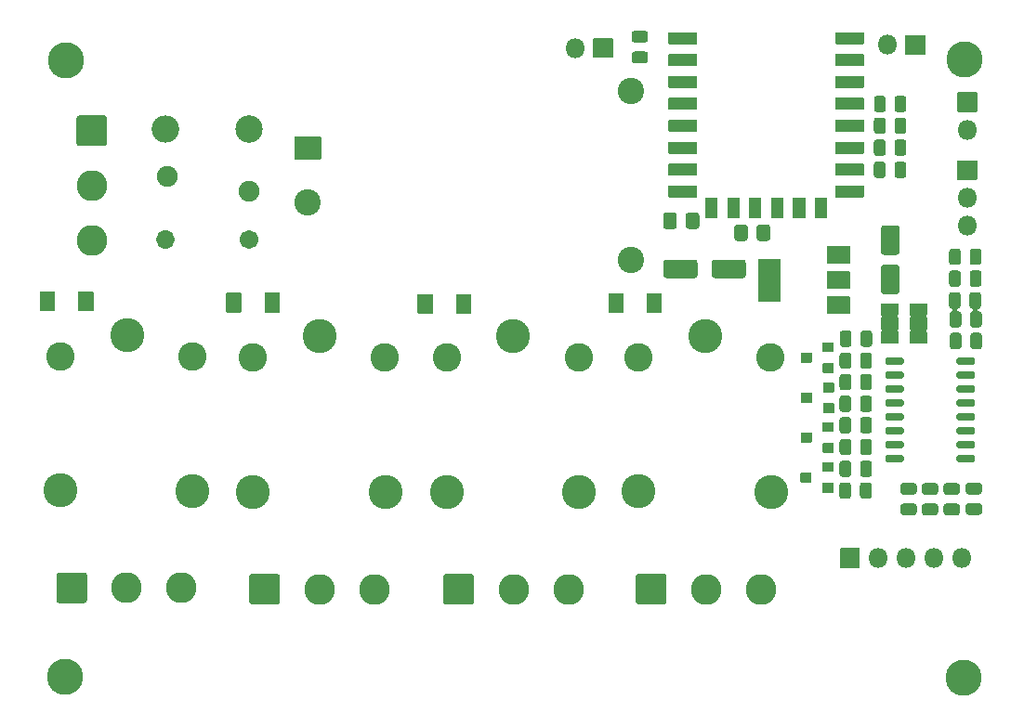
<source format=gbr>
G04 #@! TF.GenerationSoftware,KiCad,Pcbnew,5.99.0-unknown-ae852e1~101~ubuntu18.04.1*
G04 #@! TF.CreationDate,2020-06-05T15:51:04+02:00*
G04 #@! TF.ProjectId,esp_blind,6573705f-626c-4696-9e64-2e6b69636164,rev?*
G04 #@! TF.SameCoordinates,Original*
G04 #@! TF.FileFunction,Soldermask,Top*
G04 #@! TF.FilePolarity,Negative*
%FSLAX46Y46*%
G04 Gerber Fmt 4.6, Leading zero omitted, Abs format (unit mm)*
G04 Created by KiCad (PCBNEW 5.99.0-unknown-ae852e1~101~ubuntu18.04.1) date 2020-06-05 15:51:04*
%MOMM*%
%LPD*%
G01*
G04 APERTURE LIST*
%ADD10O,2.502000X2.502000*%
%ADD11C,2.502000*%
%ADD12C,3.302000*%
%ADD13O,1.802000X1.802000*%
%ADD14O,1.702000X1.702000*%
%ADD15C,1.702000*%
%ADD16C,1.902000*%
%ADD17C,2.402000*%
%ADD18C,3.102000*%
%ADD19C,2.602000*%
%ADD20C,2.802000*%
G04 APERTURE END LIST*
G36*
G01*
X189049200Y-87795950D02*
X189049200Y-88759450D01*
G75*
G02*
X188779950Y-89028700I-269250J0D01*
G01*
X188241450Y-89028700D01*
G75*
G02*
X187972200Y-88759450I0J269250D01*
G01*
X187972200Y-87795950D01*
G75*
G02*
X188241450Y-87526700I269250J0D01*
G01*
X188779950Y-87526700D01*
G75*
G02*
X189049200Y-87795950I0J-269250D01*
G01*
G37*
G36*
G01*
X190924200Y-87795950D02*
X190924200Y-88759450D01*
G75*
G02*
X190654950Y-89028700I-269250J0D01*
G01*
X190116450Y-89028700D01*
G75*
G02*
X189847200Y-88759450I0J269250D01*
G01*
X189847200Y-87795950D01*
G75*
G02*
X190116450Y-87526700I269250J0D01*
G01*
X190654950Y-87526700D01*
G75*
G02*
X190924200Y-87795950I0J-269250D01*
G01*
G37*
G36*
G01*
X189110400Y-95479450D02*
X189110400Y-96442950D01*
G75*
G02*
X188841150Y-96712200I-269250J0D01*
G01*
X188302650Y-96712200D01*
G75*
G02*
X188033400Y-96442950I0J269250D01*
G01*
X188033400Y-95479450D01*
G75*
G02*
X188302650Y-95210200I269250J0D01*
G01*
X188841150Y-95210200D01*
G75*
G02*
X189110400Y-95479450I0J-269250D01*
G01*
G37*
G36*
G01*
X190985400Y-95479450D02*
X190985400Y-96442950D01*
G75*
G02*
X190716150Y-96712200I-269250J0D01*
G01*
X190177650Y-96712200D01*
G75*
G02*
X189908400Y-96442950I0J269250D01*
G01*
X189908400Y-95479450D01*
G75*
G02*
X190177650Y-95210200I269250J0D01*
G01*
X190716150Y-95210200D01*
G75*
G02*
X190985400Y-95479450I0J-269250D01*
G01*
G37*
D10*
X116598700Y-76657200D03*
D11*
X124218700Y-76657200D03*
G36*
G01*
X181812500Y-92510000D02*
X183312500Y-92510000D01*
G75*
G02*
X183363500Y-92561000I0J-51000D01*
G01*
X183363500Y-93561000D01*
G75*
G02*
X183312500Y-93612000I-51000J0D01*
G01*
X181812500Y-93612000D01*
G75*
G02*
X181761500Y-93561000I0J51000D01*
G01*
X181761500Y-92561000D01*
G75*
G02*
X181812500Y-92510000I51000J0D01*
G01*
G37*
G36*
G01*
X181812500Y-93810000D02*
X183312500Y-93810000D01*
G75*
G02*
X183363500Y-93861000I0J-51000D01*
G01*
X183363500Y-94861000D01*
G75*
G02*
X183312500Y-94912000I-51000J0D01*
G01*
X181812500Y-94912000D01*
G75*
G02*
X181761500Y-94861000I0J51000D01*
G01*
X181761500Y-93861000D01*
G75*
G02*
X181812500Y-93810000I51000J0D01*
G01*
G37*
G36*
G01*
X181812500Y-95110000D02*
X183312500Y-95110000D01*
G75*
G02*
X183363500Y-95161000I0J-51000D01*
G01*
X183363500Y-96161000D01*
G75*
G02*
X183312500Y-96212000I-51000J0D01*
G01*
X181812500Y-96212000D01*
G75*
G02*
X181761500Y-96161000I0J51000D01*
G01*
X181761500Y-95161000D01*
G75*
G02*
X181812500Y-95110000I51000J0D01*
G01*
G37*
G36*
G01*
X184416000Y-92510000D02*
X185916000Y-92510000D01*
G75*
G02*
X185967000Y-92561000I0J-51000D01*
G01*
X185967000Y-93561000D01*
G75*
G02*
X185916000Y-93612000I-51000J0D01*
G01*
X184416000Y-93612000D01*
G75*
G02*
X184365000Y-93561000I0J51000D01*
G01*
X184365000Y-92561000D01*
G75*
G02*
X184416000Y-92510000I51000J0D01*
G01*
G37*
G36*
G01*
X184416000Y-93810000D02*
X185916000Y-93810000D01*
G75*
G02*
X185967000Y-93861000I0J-51000D01*
G01*
X185967000Y-94861000D01*
G75*
G02*
X185916000Y-94912000I-51000J0D01*
G01*
X184416000Y-94912000D01*
G75*
G02*
X184365000Y-94861000I0J51000D01*
G01*
X184365000Y-93861000D01*
G75*
G02*
X184416000Y-93810000I51000J0D01*
G01*
G37*
G36*
G01*
X184416000Y-95110000D02*
X185916000Y-95110000D01*
G75*
G02*
X185967000Y-95161000I0J-51000D01*
G01*
X185967000Y-96161000D01*
G75*
G02*
X185916000Y-96212000I-51000J0D01*
G01*
X184416000Y-96212000D01*
G75*
G02*
X184365000Y-96161000I0J51000D01*
G01*
X184365000Y-95161000D01*
G75*
G02*
X184416000Y-95110000I51000J0D01*
G01*
G37*
G36*
G01*
X159309650Y-69550500D02*
X160273150Y-69550500D01*
G75*
G02*
X160542400Y-69819750I0J-269250D01*
G01*
X160542400Y-70358250D01*
G75*
G02*
X160273150Y-70627500I-269250J0D01*
G01*
X159309650Y-70627500D01*
G75*
G02*
X159040400Y-70358250I0J269250D01*
G01*
X159040400Y-69819750D01*
G75*
G02*
X159309650Y-69550500I269250J0D01*
G01*
G37*
G36*
G01*
X159309650Y-67675500D02*
X160273150Y-67675500D01*
G75*
G02*
X160542400Y-67944750I0J-269250D01*
G01*
X160542400Y-68483250D01*
G75*
G02*
X160273150Y-68752500I-269250J0D01*
G01*
X159309650Y-68752500D01*
G75*
G02*
X159040400Y-68483250I0J269250D01*
G01*
X159040400Y-67944750D01*
G75*
G02*
X159309650Y-67675500I269250J0D01*
G01*
G37*
D12*
X107442000Y-126568200D03*
X189268100Y-126682500D03*
X189369700Y-70269100D03*
X107492800Y-70396100D03*
G36*
G01*
X189023800Y-91771050D02*
X189023800Y-92734550D01*
G75*
G02*
X188754550Y-93003800I-269250J0D01*
G01*
X188216050Y-93003800D01*
G75*
G02*
X187946800Y-92734550I0J269250D01*
G01*
X187946800Y-91771050D01*
G75*
G02*
X188216050Y-91501800I269250J0D01*
G01*
X188754550Y-91501800D01*
G75*
G02*
X189023800Y-91771050I0J-269250D01*
G01*
G37*
G36*
G01*
X190898800Y-91771050D02*
X190898800Y-92734550D01*
G75*
G02*
X190629550Y-93003800I-269250J0D01*
G01*
X190091050Y-93003800D01*
G75*
G02*
X189821800Y-92734550I0J269250D01*
G01*
X189821800Y-91771050D01*
G75*
G02*
X190091050Y-91501800I269250J0D01*
G01*
X190629550Y-91501800D01*
G75*
G02*
X190898800Y-91771050I0J-269250D01*
G01*
G37*
G36*
G01*
X189085000Y-93498250D02*
X189085000Y-94461750D01*
G75*
G02*
X188815750Y-94731000I-269250J0D01*
G01*
X188277250Y-94731000D01*
G75*
G02*
X188008000Y-94461750I0J269250D01*
G01*
X188008000Y-93498250D01*
G75*
G02*
X188277250Y-93229000I269250J0D01*
G01*
X188815750Y-93229000D01*
G75*
G02*
X189085000Y-93498250I0J-269250D01*
G01*
G37*
G36*
G01*
X190960000Y-93498250D02*
X190960000Y-94461750D01*
G75*
G02*
X190690750Y-94731000I-269250J0D01*
G01*
X190152250Y-94731000D01*
G75*
G02*
X189883000Y-94461750I0J269250D01*
G01*
X189883000Y-93498250D01*
G75*
G02*
X190152250Y-93229000I269250J0D01*
G01*
X190690750Y-93229000D01*
G75*
G02*
X190960000Y-93498250I0J-269250D01*
G01*
G37*
D13*
X189103000Y-115747800D03*
X186563000Y-115747800D03*
X184023000Y-115747800D03*
X181483000Y-115747800D03*
G36*
G01*
X179793000Y-116648800D02*
X178093000Y-116648800D01*
G75*
G02*
X178042000Y-116597800I0J51000D01*
G01*
X178042000Y-114897800D01*
G75*
G02*
X178093000Y-114846800I51000J0D01*
G01*
X179793000Y-114846800D01*
G75*
G02*
X179844000Y-114897800I0J-51000D01*
G01*
X179844000Y-116597800D01*
G75*
G02*
X179793000Y-116648800I-51000J0D01*
G01*
G37*
X153898600Y-69240400D03*
G36*
G01*
X155588600Y-68339400D02*
X157288600Y-68339400D01*
G75*
G02*
X157339600Y-68390400I0J-51000D01*
G01*
X157339600Y-70090400D01*
G75*
G02*
X157288600Y-70141400I-51000J0D01*
G01*
X155588600Y-70141400D01*
G75*
G02*
X155537600Y-70090400I0J51000D01*
G01*
X155537600Y-68390400D01*
G75*
G02*
X155588600Y-68339400I51000J0D01*
G01*
G37*
X189623700Y-76720700D03*
G36*
G01*
X188722700Y-75030700D02*
X188722700Y-73330700D01*
G75*
G02*
X188773700Y-73279700I51000J0D01*
G01*
X190473700Y-73279700D01*
G75*
G02*
X190524700Y-73330700I0J-51000D01*
G01*
X190524700Y-75030700D01*
G75*
G02*
X190473700Y-75081700I-51000J0D01*
G01*
X188773700Y-75081700D01*
G75*
G02*
X188722700Y-75030700I0J51000D01*
G01*
G37*
X182346600Y-68961000D03*
G36*
G01*
X184036600Y-68060000D02*
X185736600Y-68060000D01*
G75*
G02*
X185787600Y-68111000I0J-51000D01*
G01*
X185787600Y-69811000D01*
G75*
G02*
X185736600Y-69862000I-51000J0D01*
G01*
X184036600Y-69862000D01*
G75*
G02*
X183985600Y-69811000I0J51000D01*
G01*
X183985600Y-68111000D01*
G75*
G02*
X184036600Y-68060000I51000J0D01*
G01*
G37*
X189623700Y-85458300D03*
X189623700Y-82918300D03*
G36*
G01*
X188722700Y-81228300D02*
X188722700Y-79528300D01*
G75*
G02*
X188773700Y-79477300I51000J0D01*
G01*
X190473700Y-79477300D01*
G75*
G02*
X190524700Y-79528300I0J-51000D01*
G01*
X190524700Y-81228300D01*
G75*
G02*
X190473700Y-81279300I-51000J0D01*
G01*
X188773700Y-81279300D01*
G75*
G02*
X188722700Y-81228300I0J51000D01*
G01*
G37*
D14*
X116560600Y-86741000D03*
D15*
X124180600Y-86741000D03*
D16*
X124213000Y-82324400D03*
X116713000Y-80924400D03*
G36*
G01*
X178945306Y-91943485D02*
X178945306Y-93443485D01*
G75*
G02*
X178894306Y-93494485I-51000J0D01*
G01*
X176894306Y-93494485D01*
G75*
G02*
X176843306Y-93443485I0J51000D01*
G01*
X176843306Y-91943485D01*
G75*
G02*
X176894306Y-91892485I51000J0D01*
G01*
X178894306Y-91892485D01*
G75*
G02*
X178945306Y-91943485I0J-51000D01*
G01*
G37*
G36*
G01*
X178945306Y-87343485D02*
X178945306Y-88843485D01*
G75*
G02*
X178894306Y-88894485I-51000J0D01*
G01*
X176894306Y-88894485D01*
G75*
G02*
X176843306Y-88843485I0J51000D01*
G01*
X176843306Y-87343485D01*
G75*
G02*
X176894306Y-87292485I51000J0D01*
G01*
X178894306Y-87292485D01*
G75*
G02*
X178945306Y-87343485I0J-51000D01*
G01*
G37*
G36*
G01*
X178945306Y-89643485D02*
X178945306Y-91143485D01*
G75*
G02*
X178894306Y-91194485I-51000J0D01*
G01*
X176894306Y-91194485D01*
G75*
G02*
X176843306Y-91143485I0J51000D01*
G01*
X176843306Y-89643485D01*
G75*
G02*
X176894306Y-89592485I51000J0D01*
G01*
X178894306Y-89592485D01*
G75*
G02*
X178945306Y-89643485I0J-51000D01*
G01*
G37*
G36*
G01*
X172645306Y-88493485D02*
X172645306Y-92293485D01*
G75*
G02*
X172594306Y-92344485I-51000J0D01*
G01*
X170594306Y-92344485D01*
G75*
G02*
X170543306Y-92293485I0J51000D01*
G01*
X170543306Y-88493485D01*
G75*
G02*
X170594306Y-88442485I51000J0D01*
G01*
X172594306Y-88442485D01*
G75*
G02*
X172645306Y-88493485I0J-51000D01*
G01*
G37*
G36*
G01*
X177609300Y-68831200D02*
X177609300Y-67831200D01*
G75*
G02*
X177660300Y-67780200I51000J0D01*
G01*
X180160300Y-67780200D01*
G75*
G02*
X180211300Y-67831200I0J-51000D01*
G01*
X180211300Y-68831200D01*
G75*
G02*
X180160300Y-68882200I-51000J0D01*
G01*
X177660300Y-68882200D01*
G75*
G02*
X177609300Y-68831200I0J51000D01*
G01*
G37*
G36*
G01*
X177609300Y-70831200D02*
X177609300Y-69831200D01*
G75*
G02*
X177660300Y-69780200I51000J0D01*
G01*
X180160300Y-69780200D01*
G75*
G02*
X180211300Y-69831200I0J-51000D01*
G01*
X180211300Y-70831200D01*
G75*
G02*
X180160300Y-70882200I-51000J0D01*
G01*
X177660300Y-70882200D01*
G75*
G02*
X177609300Y-70831200I0J51000D01*
G01*
G37*
G36*
G01*
X177609300Y-72831200D02*
X177609300Y-71831200D01*
G75*
G02*
X177660300Y-71780200I51000J0D01*
G01*
X180160300Y-71780200D01*
G75*
G02*
X180211300Y-71831200I0J-51000D01*
G01*
X180211300Y-72831200D01*
G75*
G02*
X180160300Y-72882200I-51000J0D01*
G01*
X177660300Y-72882200D01*
G75*
G02*
X177609300Y-72831200I0J51000D01*
G01*
G37*
G36*
G01*
X177609300Y-74831200D02*
X177609300Y-73831200D01*
G75*
G02*
X177660300Y-73780200I51000J0D01*
G01*
X180160300Y-73780200D01*
G75*
G02*
X180211300Y-73831200I0J-51000D01*
G01*
X180211300Y-74831200D01*
G75*
G02*
X180160300Y-74882200I-51000J0D01*
G01*
X177660300Y-74882200D01*
G75*
G02*
X177609300Y-74831200I0J51000D01*
G01*
G37*
G36*
G01*
X177609300Y-76831200D02*
X177609300Y-75831200D01*
G75*
G02*
X177660300Y-75780200I51000J0D01*
G01*
X180160300Y-75780200D01*
G75*
G02*
X180211300Y-75831200I0J-51000D01*
G01*
X180211300Y-76831200D01*
G75*
G02*
X180160300Y-76882200I-51000J0D01*
G01*
X177660300Y-76882200D01*
G75*
G02*
X177609300Y-76831200I0J51000D01*
G01*
G37*
G36*
G01*
X177609300Y-78831200D02*
X177609300Y-77831200D01*
G75*
G02*
X177660300Y-77780200I51000J0D01*
G01*
X180160300Y-77780200D01*
G75*
G02*
X180211300Y-77831200I0J-51000D01*
G01*
X180211300Y-78831200D01*
G75*
G02*
X180160300Y-78882200I-51000J0D01*
G01*
X177660300Y-78882200D01*
G75*
G02*
X177609300Y-78831200I0J51000D01*
G01*
G37*
G36*
G01*
X177609300Y-80831200D02*
X177609300Y-79831200D01*
G75*
G02*
X177660300Y-79780200I51000J0D01*
G01*
X180160300Y-79780200D01*
G75*
G02*
X180211300Y-79831200I0J-51000D01*
G01*
X180211300Y-80831200D01*
G75*
G02*
X180160300Y-80882200I-51000J0D01*
G01*
X177660300Y-80882200D01*
G75*
G02*
X177609300Y-80831200I0J51000D01*
G01*
G37*
G36*
G01*
X177609300Y-82831200D02*
X177609300Y-81831200D01*
G75*
G02*
X177660300Y-81780200I51000J0D01*
G01*
X180160300Y-81780200D01*
G75*
G02*
X180211300Y-81831200I0J-51000D01*
G01*
X180211300Y-82831200D01*
G75*
G02*
X180160300Y-82882200I-51000J0D01*
G01*
X177660300Y-82882200D01*
G75*
G02*
X177609300Y-82831200I0J51000D01*
G01*
G37*
G36*
G01*
X175759300Y-84731200D02*
X175759300Y-82931200D01*
G75*
G02*
X175810300Y-82880200I51000J0D01*
G01*
X176810300Y-82880200D01*
G75*
G02*
X176861300Y-82931200I0J-51000D01*
G01*
X176861300Y-84731200D01*
G75*
G02*
X176810300Y-84782200I-51000J0D01*
G01*
X175810300Y-84782200D01*
G75*
G02*
X175759300Y-84731200I0J51000D01*
G01*
G37*
G36*
G01*
X173759300Y-84731200D02*
X173759300Y-82931200D01*
G75*
G02*
X173810300Y-82880200I51000J0D01*
G01*
X174810300Y-82880200D01*
G75*
G02*
X174861300Y-82931200I0J-51000D01*
G01*
X174861300Y-84731200D01*
G75*
G02*
X174810300Y-84782200I-51000J0D01*
G01*
X173810300Y-84782200D01*
G75*
G02*
X173759300Y-84731200I0J51000D01*
G01*
G37*
G36*
G01*
X171759300Y-84731200D02*
X171759300Y-82931200D01*
G75*
G02*
X171810300Y-82880200I51000J0D01*
G01*
X172810300Y-82880200D01*
G75*
G02*
X172861300Y-82931200I0J-51000D01*
G01*
X172861300Y-84731200D01*
G75*
G02*
X172810300Y-84782200I-51000J0D01*
G01*
X171810300Y-84782200D01*
G75*
G02*
X171759300Y-84731200I0J51000D01*
G01*
G37*
G36*
G01*
X169759300Y-84731200D02*
X169759300Y-82931200D01*
G75*
G02*
X169810300Y-82880200I51000J0D01*
G01*
X170810300Y-82880200D01*
G75*
G02*
X170861300Y-82931200I0J-51000D01*
G01*
X170861300Y-84731200D01*
G75*
G02*
X170810300Y-84782200I-51000J0D01*
G01*
X169810300Y-84782200D01*
G75*
G02*
X169759300Y-84731200I0J51000D01*
G01*
G37*
G36*
G01*
X167759300Y-84731200D02*
X167759300Y-82931200D01*
G75*
G02*
X167810300Y-82880200I51000J0D01*
G01*
X168810300Y-82880200D01*
G75*
G02*
X168861300Y-82931200I0J-51000D01*
G01*
X168861300Y-84731200D01*
G75*
G02*
X168810300Y-84782200I-51000J0D01*
G01*
X167810300Y-84782200D01*
G75*
G02*
X167759300Y-84731200I0J51000D01*
G01*
G37*
G36*
G01*
X165759300Y-84731200D02*
X165759300Y-82931200D01*
G75*
G02*
X165810300Y-82880200I51000J0D01*
G01*
X166810300Y-82880200D01*
G75*
G02*
X166861300Y-82931200I0J-51000D01*
G01*
X166861300Y-84731200D01*
G75*
G02*
X166810300Y-84782200I-51000J0D01*
G01*
X165810300Y-84782200D01*
G75*
G02*
X165759300Y-84731200I0J51000D01*
G01*
G37*
G36*
G01*
X162409300Y-82831200D02*
X162409300Y-81831200D01*
G75*
G02*
X162460300Y-81780200I51000J0D01*
G01*
X164960300Y-81780200D01*
G75*
G02*
X165011300Y-81831200I0J-51000D01*
G01*
X165011300Y-82831200D01*
G75*
G02*
X164960300Y-82882200I-51000J0D01*
G01*
X162460300Y-82882200D01*
G75*
G02*
X162409300Y-82831200I0J51000D01*
G01*
G37*
G36*
G01*
X162409300Y-80831200D02*
X162409300Y-79831200D01*
G75*
G02*
X162460300Y-79780200I51000J0D01*
G01*
X164960300Y-79780200D01*
G75*
G02*
X165011300Y-79831200I0J-51000D01*
G01*
X165011300Y-80831200D01*
G75*
G02*
X164960300Y-80882200I-51000J0D01*
G01*
X162460300Y-80882200D01*
G75*
G02*
X162409300Y-80831200I0J51000D01*
G01*
G37*
G36*
G01*
X162409300Y-78831200D02*
X162409300Y-77831200D01*
G75*
G02*
X162460300Y-77780200I51000J0D01*
G01*
X164960300Y-77780200D01*
G75*
G02*
X165011300Y-77831200I0J-51000D01*
G01*
X165011300Y-78831200D01*
G75*
G02*
X164960300Y-78882200I-51000J0D01*
G01*
X162460300Y-78882200D01*
G75*
G02*
X162409300Y-78831200I0J51000D01*
G01*
G37*
G36*
G01*
X162409300Y-76831200D02*
X162409300Y-75831200D01*
G75*
G02*
X162460300Y-75780200I51000J0D01*
G01*
X164960300Y-75780200D01*
G75*
G02*
X165011300Y-75831200I0J-51000D01*
G01*
X165011300Y-76831200D01*
G75*
G02*
X164960300Y-76882200I-51000J0D01*
G01*
X162460300Y-76882200D01*
G75*
G02*
X162409300Y-76831200I0J51000D01*
G01*
G37*
G36*
G01*
X162409300Y-74831200D02*
X162409300Y-73831200D01*
G75*
G02*
X162460300Y-73780200I51000J0D01*
G01*
X164960300Y-73780200D01*
G75*
G02*
X165011300Y-73831200I0J-51000D01*
G01*
X165011300Y-74831200D01*
G75*
G02*
X164960300Y-74882200I-51000J0D01*
G01*
X162460300Y-74882200D01*
G75*
G02*
X162409300Y-74831200I0J51000D01*
G01*
G37*
G36*
G01*
X162409300Y-72831200D02*
X162409300Y-71831200D01*
G75*
G02*
X162460300Y-71780200I51000J0D01*
G01*
X164960300Y-71780200D01*
G75*
G02*
X165011300Y-71831200I0J-51000D01*
G01*
X165011300Y-72831200D01*
G75*
G02*
X164960300Y-72882200I-51000J0D01*
G01*
X162460300Y-72882200D01*
G75*
G02*
X162409300Y-72831200I0J51000D01*
G01*
G37*
G36*
G01*
X162409300Y-70831200D02*
X162409300Y-69831200D01*
G75*
G02*
X162460300Y-69780200I51000J0D01*
G01*
X164960300Y-69780200D01*
G75*
G02*
X165011300Y-69831200I0J-51000D01*
G01*
X165011300Y-70831200D01*
G75*
G02*
X164960300Y-70882200I-51000J0D01*
G01*
X162460300Y-70882200D01*
G75*
G02*
X162409300Y-70831200I0J51000D01*
G01*
G37*
G36*
G01*
X162409300Y-68831200D02*
X162409300Y-67831200D01*
G75*
G02*
X162460300Y-67780200I51000J0D01*
G01*
X164960300Y-67780200D01*
G75*
G02*
X165011300Y-67831200I0J-51000D01*
G01*
X165011300Y-68831200D01*
G75*
G02*
X164960300Y-68882200I-51000J0D01*
G01*
X162460300Y-68882200D01*
G75*
G02*
X162409300Y-68831200I0J51000D01*
G01*
G37*
G36*
G01*
X183846500Y-106542400D02*
X183846500Y-106868400D01*
G75*
G02*
X183683500Y-107031400I-163000J0D01*
G01*
X182307500Y-107031400D01*
G75*
G02*
X182144500Y-106868400I0J163000D01*
G01*
X182144500Y-106542400D01*
G75*
G02*
X182307500Y-106379400I163000J0D01*
G01*
X183683500Y-106379400D01*
G75*
G02*
X183846500Y-106542400I0J-163000D01*
G01*
G37*
G36*
G01*
X183846500Y-105272400D02*
X183846500Y-105598400D01*
G75*
G02*
X183683500Y-105761400I-163000J0D01*
G01*
X182307500Y-105761400D01*
G75*
G02*
X182144500Y-105598400I0J163000D01*
G01*
X182144500Y-105272400D01*
G75*
G02*
X182307500Y-105109400I163000J0D01*
G01*
X183683500Y-105109400D01*
G75*
G02*
X183846500Y-105272400I0J-163000D01*
G01*
G37*
G36*
G01*
X183846500Y-104002400D02*
X183846500Y-104328400D01*
G75*
G02*
X183683500Y-104491400I-163000J0D01*
G01*
X182307500Y-104491400D01*
G75*
G02*
X182144500Y-104328400I0J163000D01*
G01*
X182144500Y-104002400D01*
G75*
G02*
X182307500Y-103839400I163000J0D01*
G01*
X183683500Y-103839400D01*
G75*
G02*
X183846500Y-104002400I0J-163000D01*
G01*
G37*
G36*
G01*
X183846500Y-102732400D02*
X183846500Y-103058400D01*
G75*
G02*
X183683500Y-103221400I-163000J0D01*
G01*
X182307500Y-103221400D01*
G75*
G02*
X182144500Y-103058400I0J163000D01*
G01*
X182144500Y-102732400D01*
G75*
G02*
X182307500Y-102569400I163000J0D01*
G01*
X183683500Y-102569400D01*
G75*
G02*
X183846500Y-102732400I0J-163000D01*
G01*
G37*
G36*
G01*
X183846500Y-101462400D02*
X183846500Y-101788400D01*
G75*
G02*
X183683500Y-101951400I-163000J0D01*
G01*
X182307500Y-101951400D01*
G75*
G02*
X182144500Y-101788400I0J163000D01*
G01*
X182144500Y-101462400D01*
G75*
G02*
X182307500Y-101299400I163000J0D01*
G01*
X183683500Y-101299400D01*
G75*
G02*
X183846500Y-101462400I0J-163000D01*
G01*
G37*
G36*
G01*
X183846500Y-100192400D02*
X183846500Y-100518400D01*
G75*
G02*
X183683500Y-100681400I-163000J0D01*
G01*
X182307500Y-100681400D01*
G75*
G02*
X182144500Y-100518400I0J163000D01*
G01*
X182144500Y-100192400D01*
G75*
G02*
X182307500Y-100029400I163000J0D01*
G01*
X183683500Y-100029400D01*
G75*
G02*
X183846500Y-100192400I0J-163000D01*
G01*
G37*
G36*
G01*
X183846500Y-98922400D02*
X183846500Y-99248400D01*
G75*
G02*
X183683500Y-99411400I-163000J0D01*
G01*
X182307500Y-99411400D01*
G75*
G02*
X182144500Y-99248400I0J163000D01*
G01*
X182144500Y-98922400D01*
G75*
G02*
X182307500Y-98759400I163000J0D01*
G01*
X183683500Y-98759400D01*
G75*
G02*
X183846500Y-98922400I0J-163000D01*
G01*
G37*
G36*
G01*
X183846500Y-97652400D02*
X183846500Y-97978400D01*
G75*
G02*
X183683500Y-98141400I-163000J0D01*
G01*
X182307500Y-98141400D01*
G75*
G02*
X182144500Y-97978400I0J163000D01*
G01*
X182144500Y-97652400D01*
G75*
G02*
X182307500Y-97489400I163000J0D01*
G01*
X183683500Y-97489400D01*
G75*
G02*
X183846500Y-97652400I0J-163000D01*
G01*
G37*
G36*
G01*
X190346500Y-97652400D02*
X190346500Y-97978400D01*
G75*
G02*
X190183500Y-98141400I-163000J0D01*
G01*
X188807500Y-98141400D01*
G75*
G02*
X188644500Y-97978400I0J163000D01*
G01*
X188644500Y-97652400D01*
G75*
G02*
X188807500Y-97489400I163000J0D01*
G01*
X190183500Y-97489400D01*
G75*
G02*
X190346500Y-97652400I0J-163000D01*
G01*
G37*
G36*
G01*
X190346500Y-98922400D02*
X190346500Y-99248400D01*
G75*
G02*
X190183500Y-99411400I-163000J0D01*
G01*
X188807500Y-99411400D01*
G75*
G02*
X188644500Y-99248400I0J163000D01*
G01*
X188644500Y-98922400D01*
G75*
G02*
X188807500Y-98759400I163000J0D01*
G01*
X190183500Y-98759400D01*
G75*
G02*
X190346500Y-98922400I0J-163000D01*
G01*
G37*
G36*
G01*
X190346500Y-100192400D02*
X190346500Y-100518400D01*
G75*
G02*
X190183500Y-100681400I-163000J0D01*
G01*
X188807500Y-100681400D01*
G75*
G02*
X188644500Y-100518400I0J163000D01*
G01*
X188644500Y-100192400D01*
G75*
G02*
X188807500Y-100029400I163000J0D01*
G01*
X190183500Y-100029400D01*
G75*
G02*
X190346500Y-100192400I0J-163000D01*
G01*
G37*
G36*
G01*
X190346500Y-101462400D02*
X190346500Y-101788400D01*
G75*
G02*
X190183500Y-101951400I-163000J0D01*
G01*
X188807500Y-101951400D01*
G75*
G02*
X188644500Y-101788400I0J163000D01*
G01*
X188644500Y-101462400D01*
G75*
G02*
X188807500Y-101299400I163000J0D01*
G01*
X190183500Y-101299400D01*
G75*
G02*
X190346500Y-101462400I0J-163000D01*
G01*
G37*
G36*
G01*
X190346500Y-102732400D02*
X190346500Y-103058400D01*
G75*
G02*
X190183500Y-103221400I-163000J0D01*
G01*
X188807500Y-103221400D01*
G75*
G02*
X188644500Y-103058400I0J163000D01*
G01*
X188644500Y-102732400D01*
G75*
G02*
X188807500Y-102569400I163000J0D01*
G01*
X190183500Y-102569400D01*
G75*
G02*
X190346500Y-102732400I0J-163000D01*
G01*
G37*
G36*
G01*
X190346500Y-104002400D02*
X190346500Y-104328400D01*
G75*
G02*
X190183500Y-104491400I-163000J0D01*
G01*
X188807500Y-104491400D01*
G75*
G02*
X188644500Y-104328400I0J163000D01*
G01*
X188644500Y-104002400D01*
G75*
G02*
X188807500Y-103839400I163000J0D01*
G01*
X190183500Y-103839400D01*
G75*
G02*
X190346500Y-104002400I0J-163000D01*
G01*
G37*
G36*
G01*
X190346500Y-105272400D02*
X190346500Y-105598400D01*
G75*
G02*
X190183500Y-105761400I-163000J0D01*
G01*
X188807500Y-105761400D01*
G75*
G02*
X188644500Y-105598400I0J163000D01*
G01*
X188644500Y-105272400D01*
G75*
G02*
X188807500Y-105109400I163000J0D01*
G01*
X190183500Y-105109400D01*
G75*
G02*
X190346500Y-105272400I0J-163000D01*
G01*
G37*
G36*
G01*
X190346500Y-106542400D02*
X190346500Y-106868400D01*
G75*
G02*
X190183500Y-107031400I-163000J0D01*
G01*
X188807500Y-107031400D01*
G75*
G02*
X188644500Y-106868400I0J163000D01*
G01*
X188644500Y-106542400D01*
G75*
G02*
X188807500Y-106379400I163000J0D01*
G01*
X190183500Y-106379400D01*
G75*
G02*
X190346500Y-106542400I0J-163000D01*
G01*
G37*
G36*
G01*
X189855300Y-90753350D02*
X189855300Y-89789850D01*
G75*
G02*
X190124550Y-89520600I269250J0D01*
G01*
X190663050Y-89520600D01*
G75*
G02*
X190932300Y-89789850I0J-269250D01*
G01*
X190932300Y-90753350D01*
G75*
G02*
X190663050Y-91022600I-269250J0D01*
G01*
X190124550Y-91022600D01*
G75*
G02*
X189855300Y-90753350I0J269250D01*
G01*
G37*
G36*
G01*
X187980300Y-90753350D02*
X187980300Y-89789850D01*
G75*
G02*
X188249550Y-89520600I269250J0D01*
G01*
X188788050Y-89520600D01*
G75*
G02*
X189057300Y-89789850I0J-269250D01*
G01*
X189057300Y-90753350D01*
G75*
G02*
X188788050Y-91022600I-269250J0D01*
G01*
X188249550Y-91022600D01*
G75*
G02*
X187980300Y-90753350I0J269250D01*
G01*
G37*
G36*
G01*
X179865000Y-100189450D02*
X179865000Y-99225950D01*
G75*
G02*
X180134250Y-98956700I269250J0D01*
G01*
X180672750Y-98956700D01*
G75*
G02*
X180942000Y-99225950I0J-269250D01*
G01*
X180942000Y-100189450D01*
G75*
G02*
X180672750Y-100458700I-269250J0D01*
G01*
X180134250Y-100458700D01*
G75*
G02*
X179865000Y-100189450I0J269250D01*
G01*
G37*
G36*
G01*
X177990000Y-100189450D02*
X177990000Y-99225950D01*
G75*
G02*
X178259250Y-98956700I269250J0D01*
G01*
X178797750Y-98956700D01*
G75*
G02*
X179067000Y-99225950I0J-269250D01*
G01*
X179067000Y-100189450D01*
G75*
G02*
X178797750Y-100458700I-269250J0D01*
G01*
X178259250Y-100458700D01*
G75*
G02*
X177990000Y-100189450I0J269250D01*
G01*
G37*
G36*
G01*
X183001900Y-74827550D02*
X183001900Y-73864050D01*
G75*
G02*
X183271150Y-73594800I269250J0D01*
G01*
X183809650Y-73594800D01*
G75*
G02*
X184078900Y-73864050I0J-269250D01*
G01*
X184078900Y-74827550D01*
G75*
G02*
X183809650Y-75096800I-269250J0D01*
G01*
X183271150Y-75096800D01*
G75*
G02*
X183001900Y-74827550I0J269250D01*
G01*
G37*
G36*
G01*
X181126900Y-74827550D02*
X181126900Y-73864050D01*
G75*
G02*
X181396150Y-73594800I269250J0D01*
G01*
X181934650Y-73594800D01*
G75*
G02*
X182203900Y-73864050I0J-269250D01*
G01*
X182203900Y-74827550D01*
G75*
G02*
X181934650Y-75096800I-269250J0D01*
G01*
X181396150Y-75096800D01*
G75*
G02*
X181126900Y-74827550I0J269250D01*
G01*
G37*
G36*
G01*
X182201600Y-75845250D02*
X182201600Y-76808750D01*
G75*
G02*
X181932350Y-77078000I-269250J0D01*
G01*
X181393850Y-77078000D01*
G75*
G02*
X181124600Y-76808750I0J269250D01*
G01*
X181124600Y-75845250D01*
G75*
G02*
X181393850Y-75576000I269250J0D01*
G01*
X181932350Y-75576000D01*
G75*
G02*
X182201600Y-75845250I0J-269250D01*
G01*
G37*
G36*
G01*
X184076600Y-75845250D02*
X184076600Y-76808750D01*
G75*
G02*
X183807350Y-77078000I-269250J0D01*
G01*
X183268850Y-77078000D01*
G75*
G02*
X182999600Y-76808750I0J269250D01*
G01*
X182999600Y-75845250D01*
G75*
G02*
X183268850Y-75576000I269250J0D01*
G01*
X183807350Y-75576000D01*
G75*
G02*
X184076600Y-75845250I0J-269250D01*
G01*
G37*
G36*
G01*
X182199300Y-79858450D02*
X182199300Y-80821950D01*
G75*
G02*
X181930050Y-81091200I-269250J0D01*
G01*
X181391550Y-81091200D01*
G75*
G02*
X181122300Y-80821950I0J269250D01*
G01*
X181122300Y-79858450D01*
G75*
G02*
X181391550Y-79589200I269250J0D01*
G01*
X181930050Y-79589200D01*
G75*
G02*
X182199300Y-79858450I0J-269250D01*
G01*
G37*
G36*
G01*
X184074300Y-79858450D02*
X184074300Y-80821950D01*
G75*
G02*
X183805050Y-81091200I-269250J0D01*
G01*
X183266550Y-81091200D01*
G75*
G02*
X182997300Y-80821950I0J269250D01*
G01*
X182997300Y-79858450D01*
G75*
G02*
X183266550Y-79589200I269250J0D01*
G01*
X183805050Y-79589200D01*
G75*
G02*
X184074300Y-79858450I0J-269250D01*
G01*
G37*
G36*
G01*
X179865000Y-98233650D02*
X179865000Y-97270150D01*
G75*
G02*
X180134250Y-97000900I269250J0D01*
G01*
X180672750Y-97000900D01*
G75*
G02*
X180942000Y-97270150I0J-269250D01*
G01*
X180942000Y-98233650D01*
G75*
G02*
X180672750Y-98502900I-269250J0D01*
G01*
X180134250Y-98502900D01*
G75*
G02*
X179865000Y-98233650I0J269250D01*
G01*
G37*
G36*
G01*
X177990000Y-98233650D02*
X177990000Y-97270150D01*
G75*
G02*
X178259250Y-97000900I269250J0D01*
G01*
X178797750Y-97000900D01*
G75*
G02*
X179067000Y-97270150I0J-269250D01*
G01*
X179067000Y-98233650D01*
G75*
G02*
X178797750Y-98502900I-269250J0D01*
G01*
X178259250Y-98502900D01*
G75*
G02*
X177990000Y-98233650I0J269250D01*
G01*
G37*
G36*
G01*
X179865000Y-102157950D02*
X179865000Y-101194450D01*
G75*
G02*
X180134250Y-100925200I269250J0D01*
G01*
X180672750Y-100925200D01*
G75*
G02*
X180942000Y-101194450I0J-269250D01*
G01*
X180942000Y-102157950D01*
G75*
G02*
X180672750Y-102427200I-269250J0D01*
G01*
X180134250Y-102427200D01*
G75*
G02*
X179865000Y-102157950I0J269250D01*
G01*
G37*
G36*
G01*
X177990000Y-102157950D02*
X177990000Y-101194450D01*
G75*
G02*
X178259250Y-100925200I269250J0D01*
G01*
X178797750Y-100925200D01*
G75*
G02*
X179067000Y-101194450I0J-269250D01*
G01*
X179067000Y-102157950D01*
G75*
G02*
X178797750Y-102427200I-269250J0D01*
G01*
X178259250Y-102427200D01*
G75*
G02*
X177990000Y-102157950I0J269250D01*
G01*
G37*
G36*
G01*
X182999600Y-78815350D02*
X182999600Y-77851850D01*
G75*
G02*
X183268850Y-77582600I269250J0D01*
G01*
X183807350Y-77582600D01*
G75*
G02*
X184076600Y-77851850I0J-269250D01*
G01*
X184076600Y-78815350D01*
G75*
G02*
X183807350Y-79084600I-269250J0D01*
G01*
X183268850Y-79084600D01*
G75*
G02*
X182999600Y-78815350I0J269250D01*
G01*
G37*
G36*
G01*
X181124600Y-78815350D02*
X181124600Y-77851850D01*
G75*
G02*
X181393850Y-77582600I269250J0D01*
G01*
X181932350Y-77582600D01*
G75*
G02*
X182201600Y-77851850I0J-269250D01*
G01*
X182201600Y-78815350D01*
G75*
G02*
X181932350Y-79084600I-269250J0D01*
G01*
X181393850Y-79084600D01*
G75*
G02*
X181124600Y-78815350I0J269250D01*
G01*
G37*
G36*
G01*
X179865000Y-104126450D02*
X179865000Y-103162950D01*
G75*
G02*
X180134250Y-102893700I269250J0D01*
G01*
X180672750Y-102893700D01*
G75*
G02*
X180942000Y-103162950I0J-269250D01*
G01*
X180942000Y-104126450D01*
G75*
G02*
X180672750Y-104395700I-269250J0D01*
G01*
X180134250Y-104395700D01*
G75*
G02*
X179865000Y-104126450I0J269250D01*
G01*
G37*
G36*
G01*
X177990000Y-104126450D02*
X177990000Y-103162950D01*
G75*
G02*
X178259250Y-102893700I269250J0D01*
G01*
X178797750Y-102893700D01*
G75*
G02*
X179067000Y-103162950I0J-269250D01*
G01*
X179067000Y-104126450D01*
G75*
G02*
X178797750Y-104395700I-269250J0D01*
G01*
X178259250Y-104395700D01*
G75*
G02*
X177990000Y-104126450I0J269250D01*
G01*
G37*
G36*
G01*
X179865000Y-106107650D02*
X179865000Y-105144150D01*
G75*
G02*
X180134250Y-104874900I269250J0D01*
G01*
X180672750Y-104874900D01*
G75*
G02*
X180942000Y-105144150I0J-269250D01*
G01*
X180942000Y-106107650D01*
G75*
G02*
X180672750Y-106376900I-269250J0D01*
G01*
X180134250Y-106376900D01*
G75*
G02*
X179865000Y-106107650I0J269250D01*
G01*
G37*
G36*
G01*
X177990000Y-106107650D02*
X177990000Y-105144150D01*
G75*
G02*
X178259250Y-104874900I269250J0D01*
G01*
X178797750Y-104874900D01*
G75*
G02*
X179067000Y-105144150I0J-269250D01*
G01*
X179067000Y-106107650D01*
G75*
G02*
X178797750Y-106376900I-269250J0D01*
G01*
X178259250Y-106376900D01*
G75*
G02*
X177990000Y-106107650I0J269250D01*
G01*
G37*
G36*
G01*
X179865000Y-108101550D02*
X179865000Y-107138050D01*
G75*
G02*
X180134250Y-106868800I269250J0D01*
G01*
X180672750Y-106868800D01*
G75*
G02*
X180942000Y-107138050I0J-269250D01*
G01*
X180942000Y-108101550D01*
G75*
G02*
X180672750Y-108370800I-269250J0D01*
G01*
X180134250Y-108370800D01*
G75*
G02*
X179865000Y-108101550I0J269250D01*
G01*
G37*
G36*
G01*
X177990000Y-108101550D02*
X177990000Y-107138050D01*
G75*
G02*
X178259250Y-106868800I269250J0D01*
G01*
X178797750Y-106868800D01*
G75*
G02*
X179067000Y-107138050I0J-269250D01*
G01*
X179067000Y-108101550D01*
G75*
G02*
X178797750Y-108370800I-269250J0D01*
G01*
X178259250Y-108370800D01*
G75*
G02*
X177990000Y-108101550I0J269250D01*
G01*
G37*
G36*
G01*
X177977300Y-110082750D02*
X177977300Y-109119250D01*
G75*
G02*
X178246550Y-108850000I269250J0D01*
G01*
X178785050Y-108850000D01*
G75*
G02*
X179054300Y-109119250I0J-269250D01*
G01*
X179054300Y-110082750D01*
G75*
G02*
X178785050Y-110352000I-269250J0D01*
G01*
X178246550Y-110352000D01*
G75*
G02*
X177977300Y-110082750I0J269250D01*
G01*
G37*
G36*
G01*
X179852300Y-110082750D02*
X179852300Y-109119250D01*
G75*
G02*
X180121550Y-108850000I269250J0D01*
G01*
X180660050Y-108850000D01*
G75*
G02*
X180929300Y-109119250I0J-269250D01*
G01*
X180929300Y-110082750D01*
G75*
G02*
X180660050Y-110352000I-269250J0D01*
G01*
X180121550Y-110352000D01*
G75*
G02*
X179852300Y-110082750I0J269250D01*
G01*
G37*
G36*
G01*
X184758750Y-109974400D02*
X183795250Y-109974400D01*
G75*
G02*
X183526000Y-109705150I0J269250D01*
G01*
X183526000Y-109166650D01*
G75*
G02*
X183795250Y-108897400I269250J0D01*
G01*
X184758750Y-108897400D01*
G75*
G02*
X185028000Y-109166650I0J-269250D01*
G01*
X185028000Y-109705150D01*
G75*
G02*
X184758750Y-109974400I-269250J0D01*
G01*
G37*
G36*
G01*
X184758750Y-111849400D02*
X183795250Y-111849400D01*
G75*
G02*
X183526000Y-111580150I0J269250D01*
G01*
X183526000Y-111041650D01*
G75*
G02*
X183795250Y-110772400I269250J0D01*
G01*
X184758750Y-110772400D01*
G75*
G02*
X185028000Y-111041650I0J-269250D01*
G01*
X185028000Y-111580150D01*
G75*
G02*
X184758750Y-111849400I-269250J0D01*
G01*
G37*
G36*
G01*
X186714550Y-109989400D02*
X185751050Y-109989400D01*
G75*
G02*
X185481800Y-109720150I0J269250D01*
G01*
X185481800Y-109181650D01*
G75*
G02*
X185751050Y-108912400I269250J0D01*
G01*
X186714550Y-108912400D01*
G75*
G02*
X186983800Y-109181650I0J-269250D01*
G01*
X186983800Y-109720150D01*
G75*
G02*
X186714550Y-109989400I-269250J0D01*
G01*
G37*
G36*
G01*
X186714550Y-111864400D02*
X185751050Y-111864400D01*
G75*
G02*
X185481800Y-111595150I0J269250D01*
G01*
X185481800Y-111056650D01*
G75*
G02*
X185751050Y-110787400I269250J0D01*
G01*
X186714550Y-110787400D01*
G75*
G02*
X186983800Y-111056650I0J-269250D01*
G01*
X186983800Y-111595150D01*
G75*
G02*
X186714550Y-111864400I-269250J0D01*
G01*
G37*
G36*
G01*
X179890400Y-96227050D02*
X179890400Y-95263550D01*
G75*
G02*
X180159650Y-94994300I269250J0D01*
G01*
X180698150Y-94994300D01*
G75*
G02*
X180967400Y-95263550I0J-269250D01*
G01*
X180967400Y-96227050D01*
G75*
G02*
X180698150Y-96496300I-269250J0D01*
G01*
X180159650Y-96496300D01*
G75*
G02*
X179890400Y-96227050I0J269250D01*
G01*
G37*
G36*
G01*
X178015400Y-96227050D02*
X178015400Y-95263550D01*
G75*
G02*
X178284650Y-94994300I269250J0D01*
G01*
X178823150Y-94994300D01*
G75*
G02*
X179092400Y-95263550I0J-269250D01*
G01*
X179092400Y-96227050D01*
G75*
G02*
X178823150Y-96496300I-269250J0D01*
G01*
X178284650Y-96496300D01*
G75*
G02*
X178015400Y-96227050I0J269250D01*
G01*
G37*
G36*
G01*
X190715050Y-109949000D02*
X189751550Y-109949000D01*
G75*
G02*
X189482300Y-109679750I0J269250D01*
G01*
X189482300Y-109141250D01*
G75*
G02*
X189751550Y-108872000I269250J0D01*
G01*
X190715050Y-108872000D01*
G75*
G02*
X190984300Y-109141250I0J-269250D01*
G01*
X190984300Y-109679750D01*
G75*
G02*
X190715050Y-109949000I-269250J0D01*
G01*
G37*
G36*
G01*
X190715050Y-111824000D02*
X189751550Y-111824000D01*
G75*
G02*
X189482300Y-111554750I0J269250D01*
G01*
X189482300Y-111016250D01*
G75*
G02*
X189751550Y-110747000I269250J0D01*
G01*
X190715050Y-110747000D01*
G75*
G02*
X190984300Y-111016250I0J-269250D01*
G01*
X190984300Y-111554750D01*
G75*
G02*
X190715050Y-111824000I-269250J0D01*
G01*
G37*
G36*
G01*
X188695750Y-109989400D02*
X187732250Y-109989400D01*
G75*
G02*
X187463000Y-109720150I0J269250D01*
G01*
X187463000Y-109181650D01*
G75*
G02*
X187732250Y-108912400I269250J0D01*
G01*
X188695750Y-108912400D01*
G75*
G02*
X188965000Y-109181650I0J-269250D01*
G01*
X188965000Y-109720150D01*
G75*
G02*
X188695750Y-109989400I-269250J0D01*
G01*
G37*
G36*
G01*
X188695750Y-111864400D02*
X187732250Y-111864400D01*
G75*
G02*
X187463000Y-111595150I0J269250D01*
G01*
X187463000Y-111056650D01*
G75*
G02*
X187732250Y-110787400I269250J0D01*
G01*
X188695750Y-110787400D01*
G75*
G02*
X188965000Y-111056650I0J-269250D01*
G01*
X188965000Y-111595150D01*
G75*
G02*
X188695750Y-111864400I-269250J0D01*
G01*
G37*
G36*
G01*
X175462800Y-97070000D02*
X175462800Y-97870000D01*
G75*
G02*
X175411800Y-97921000I-51000J0D01*
G01*
X174511800Y-97921000D01*
G75*
G02*
X174460800Y-97870000I0J51000D01*
G01*
X174460800Y-97070000D01*
G75*
G02*
X174511800Y-97019000I51000J0D01*
G01*
X175411800Y-97019000D01*
G75*
G02*
X175462800Y-97070000I0J-51000D01*
G01*
G37*
G36*
G01*
X177462800Y-96120000D02*
X177462800Y-96920000D01*
G75*
G02*
X177411800Y-96971000I-51000J0D01*
G01*
X176511800Y-96971000D01*
G75*
G02*
X176460800Y-96920000I0J51000D01*
G01*
X176460800Y-96120000D01*
G75*
G02*
X176511800Y-96069000I51000J0D01*
G01*
X177411800Y-96069000D01*
G75*
G02*
X177462800Y-96120000I0J-51000D01*
G01*
G37*
G36*
G01*
X177462800Y-98020000D02*
X177462800Y-98820000D01*
G75*
G02*
X177411800Y-98871000I-51000J0D01*
G01*
X176511800Y-98871000D01*
G75*
G02*
X176460800Y-98820000I0J51000D01*
G01*
X176460800Y-98020000D01*
G75*
G02*
X176511800Y-97969000I51000J0D01*
G01*
X177411800Y-97969000D01*
G75*
G02*
X177462800Y-98020000I0J-51000D01*
G01*
G37*
G36*
G01*
X175488200Y-100740300D02*
X175488200Y-101540300D01*
G75*
G02*
X175437200Y-101591300I-51000J0D01*
G01*
X174537200Y-101591300D01*
G75*
G02*
X174486200Y-101540300I0J51000D01*
G01*
X174486200Y-100740300D01*
G75*
G02*
X174537200Y-100689300I51000J0D01*
G01*
X175437200Y-100689300D01*
G75*
G02*
X175488200Y-100740300I0J-51000D01*
G01*
G37*
G36*
G01*
X177488200Y-99790300D02*
X177488200Y-100590300D01*
G75*
G02*
X177437200Y-100641300I-51000J0D01*
G01*
X176537200Y-100641300D01*
G75*
G02*
X176486200Y-100590300I0J51000D01*
G01*
X176486200Y-99790300D01*
G75*
G02*
X176537200Y-99739300I51000J0D01*
G01*
X177437200Y-99739300D01*
G75*
G02*
X177488200Y-99790300I0J-51000D01*
G01*
G37*
G36*
G01*
X177488200Y-101690300D02*
X177488200Y-102490300D01*
G75*
G02*
X177437200Y-102541300I-51000J0D01*
G01*
X176537200Y-102541300D01*
G75*
G02*
X176486200Y-102490300I0J51000D01*
G01*
X176486200Y-101690300D01*
G75*
G02*
X176537200Y-101639300I51000J0D01*
G01*
X177437200Y-101639300D01*
G75*
G02*
X177488200Y-101690300I0J-51000D01*
G01*
G37*
G36*
G01*
X175462800Y-104359800D02*
X175462800Y-105159800D01*
G75*
G02*
X175411800Y-105210800I-51000J0D01*
G01*
X174511800Y-105210800D01*
G75*
G02*
X174460800Y-105159800I0J51000D01*
G01*
X174460800Y-104359800D01*
G75*
G02*
X174511800Y-104308800I51000J0D01*
G01*
X175411800Y-104308800D01*
G75*
G02*
X175462800Y-104359800I0J-51000D01*
G01*
G37*
G36*
G01*
X177462800Y-103409800D02*
X177462800Y-104209800D01*
G75*
G02*
X177411800Y-104260800I-51000J0D01*
G01*
X176511800Y-104260800D01*
G75*
G02*
X176460800Y-104209800I0J51000D01*
G01*
X176460800Y-103409800D01*
G75*
G02*
X176511800Y-103358800I51000J0D01*
G01*
X177411800Y-103358800D01*
G75*
G02*
X177462800Y-103409800I0J-51000D01*
G01*
G37*
G36*
G01*
X177462800Y-105309800D02*
X177462800Y-106109800D01*
G75*
G02*
X177411800Y-106160800I-51000J0D01*
G01*
X176511800Y-106160800D01*
G75*
G02*
X176460800Y-106109800I0J51000D01*
G01*
X176460800Y-105309800D01*
G75*
G02*
X176511800Y-105258800I51000J0D01*
G01*
X177411800Y-105258800D01*
G75*
G02*
X177462800Y-105309800I0J-51000D01*
G01*
G37*
G36*
G01*
X175437400Y-108004700D02*
X175437400Y-108804700D01*
G75*
G02*
X175386400Y-108855700I-51000J0D01*
G01*
X174486400Y-108855700D01*
G75*
G02*
X174435400Y-108804700I0J51000D01*
G01*
X174435400Y-108004700D01*
G75*
G02*
X174486400Y-107953700I51000J0D01*
G01*
X175386400Y-107953700D01*
G75*
G02*
X175437400Y-108004700I0J-51000D01*
G01*
G37*
G36*
G01*
X177437400Y-107054700D02*
X177437400Y-107854700D01*
G75*
G02*
X177386400Y-107905700I-51000J0D01*
G01*
X176486400Y-107905700D01*
G75*
G02*
X176435400Y-107854700I0J51000D01*
G01*
X176435400Y-107054700D01*
G75*
G02*
X176486400Y-107003700I51000J0D01*
G01*
X177386400Y-107003700D01*
G75*
G02*
X177437400Y-107054700I0J-51000D01*
G01*
G37*
G36*
G01*
X177437400Y-108954700D02*
X177437400Y-109754700D01*
G75*
G02*
X177386400Y-109805700I-51000J0D01*
G01*
X176486400Y-109805700D01*
G75*
G02*
X176435400Y-109754700I0J51000D01*
G01*
X176435400Y-108954700D01*
G75*
G02*
X176486400Y-108903700I51000J0D01*
G01*
X177386400Y-108903700D01*
G75*
G02*
X177437400Y-108954700I0J-51000D01*
G01*
G37*
D17*
X158954500Y-88553300D03*
X129554500Y-83353300D03*
G36*
G01*
X128353500Y-79353300D02*
X128353500Y-77353300D01*
G75*
G02*
X128404500Y-77302300I51000J0D01*
G01*
X130704500Y-77302300D01*
G75*
G02*
X130755500Y-77353300I0J-51000D01*
G01*
X130755500Y-79353300D01*
G75*
G02*
X130704500Y-79404300I-51000J0D01*
G01*
X128404500Y-79404300D01*
G75*
G02*
X128353500Y-79353300I0J51000D01*
G01*
G37*
X158954500Y-73153300D03*
D18*
X165747700Y-95504000D03*
D19*
X171697700Y-97454000D03*
D18*
X171747700Y-109704000D03*
X159697700Y-109654000D03*
D19*
X159697700Y-97454000D03*
D18*
X148264600Y-95539900D03*
D19*
X154214600Y-97489900D03*
D18*
X154264600Y-109739900D03*
X142214600Y-109689900D03*
D19*
X142214600Y-97489900D03*
D18*
X130606800Y-95542100D03*
D19*
X136556800Y-97492100D03*
D18*
X136606800Y-109742100D03*
X124556800Y-109692100D03*
D19*
X124556800Y-97492100D03*
D18*
X113055400Y-95440500D03*
D19*
X119005400Y-97390500D03*
D18*
X119055400Y-109640500D03*
X107005400Y-109590500D03*
D19*
X107005400Y-97390500D03*
D20*
X109855000Y-86784200D03*
X109855000Y-81784200D03*
G36*
G01*
X108713445Y-75383200D02*
X110996555Y-75383200D01*
G75*
G02*
X111256000Y-75642645I0J-259445D01*
G01*
X111256000Y-77925755D01*
G75*
G02*
X110996555Y-78185200I-259445J0D01*
G01*
X108713445Y-78185200D01*
G75*
G02*
X108454000Y-77925755I0J259445D01*
G01*
X108454000Y-75642645D01*
G75*
G02*
X108713445Y-75383200I259445J0D01*
G01*
G37*
X170832800Y-118579900D03*
X165832800Y-118579900D03*
G36*
G01*
X159431800Y-119721455D02*
X159431800Y-117438345D01*
G75*
G02*
X159691245Y-117178900I259445J0D01*
G01*
X161974355Y-117178900D01*
G75*
G02*
X162233800Y-117438345I0J-259445D01*
G01*
X162233800Y-119721455D01*
G75*
G02*
X161974355Y-119980900I-259445J0D01*
G01*
X159691245Y-119980900D01*
G75*
G02*
X159431800Y-119721455I0J259445D01*
G01*
G37*
X153281400Y-118605300D03*
X148281400Y-118605300D03*
G36*
G01*
X141880400Y-119746855D02*
X141880400Y-117463745D01*
G75*
G02*
X142139845Y-117204300I259445J0D01*
G01*
X144422955Y-117204300D01*
G75*
G02*
X144682400Y-117463745I0J-259445D01*
G01*
X144682400Y-119746855D01*
G75*
G02*
X144422955Y-120006300I-259445J0D01*
G01*
X142139845Y-120006300D01*
G75*
G02*
X141880400Y-119746855I0J259445D01*
G01*
G37*
X135603000Y-118579900D03*
X130603000Y-118579900D03*
G36*
G01*
X124202000Y-119721455D02*
X124202000Y-117438345D01*
G75*
G02*
X124461445Y-117178900I259445J0D01*
G01*
X126744555Y-117178900D01*
G75*
G02*
X127004000Y-117438345I0J-259445D01*
G01*
X127004000Y-119721455D01*
G75*
G02*
X126744555Y-119980900I-259445J0D01*
G01*
X124461445Y-119980900D01*
G75*
G02*
X124202000Y-119721455I0J259445D01*
G01*
G37*
X118033800Y-118465600D03*
X113033800Y-118465600D03*
G36*
G01*
X106632800Y-119607155D02*
X106632800Y-117324045D01*
G75*
G02*
X106892245Y-117064600I259445J0D01*
G01*
X109175355Y-117064600D01*
G75*
G02*
X109434800Y-117324045I0J-259445D01*
G01*
X109434800Y-119607155D01*
G75*
G02*
X109175355Y-119866600I-259445J0D01*
G01*
X106892245Y-119866600D01*
G75*
G02*
X106632800Y-119607155I0J259445D01*
G01*
G37*
G36*
G01*
X160411200Y-93331400D02*
X160411200Y-91631400D01*
G75*
G02*
X160462200Y-91580400I51000J0D01*
G01*
X161762200Y-91580400D01*
G75*
G02*
X161813200Y-91631400I0J-51000D01*
G01*
X161813200Y-93331400D01*
G75*
G02*
X161762200Y-93382400I-51000J0D01*
G01*
X160462200Y-93382400D01*
G75*
G02*
X160411200Y-93331400I0J51000D01*
G01*
G37*
G36*
G01*
X156911200Y-93331400D02*
X156911200Y-91631400D01*
G75*
G02*
X156962200Y-91580400I51000J0D01*
G01*
X158262200Y-91580400D01*
G75*
G02*
X158313200Y-91631400I0J-51000D01*
G01*
X158313200Y-93331400D01*
G75*
G02*
X158262200Y-93382400I-51000J0D01*
G01*
X156962200Y-93382400D01*
G75*
G02*
X156911200Y-93331400I0J51000D01*
G01*
G37*
G36*
G01*
X143032400Y-93407600D02*
X143032400Y-91707600D01*
G75*
G02*
X143083400Y-91656600I51000J0D01*
G01*
X144383400Y-91656600D01*
G75*
G02*
X144434400Y-91707600I0J-51000D01*
G01*
X144434400Y-93407600D01*
G75*
G02*
X144383400Y-93458600I-51000J0D01*
G01*
X143083400Y-93458600D01*
G75*
G02*
X143032400Y-93407600I0J51000D01*
G01*
G37*
G36*
G01*
X139532400Y-93407600D02*
X139532400Y-91707600D01*
G75*
G02*
X139583400Y-91656600I51000J0D01*
G01*
X140883400Y-91656600D01*
G75*
G02*
X140934400Y-91707600I0J-51000D01*
G01*
X140934400Y-93407600D01*
G75*
G02*
X140883400Y-93458600I-51000J0D01*
G01*
X139583400Y-93458600D01*
G75*
G02*
X139532400Y-93407600I0J51000D01*
G01*
G37*
G36*
G01*
X125587800Y-93306000D02*
X125587800Y-91606000D01*
G75*
G02*
X125638800Y-91555000I51000J0D01*
G01*
X126938800Y-91555000D01*
G75*
G02*
X126989800Y-91606000I0J-51000D01*
G01*
X126989800Y-93306000D01*
G75*
G02*
X126938800Y-93357000I-51000J0D01*
G01*
X125638800Y-93357000D01*
G75*
G02*
X125587800Y-93306000I0J51000D01*
G01*
G37*
G36*
G01*
X122087800Y-93306000D02*
X122087800Y-91606000D01*
G75*
G02*
X122138800Y-91555000I51000J0D01*
G01*
X123438800Y-91555000D01*
G75*
G02*
X123489800Y-91606000I0J-51000D01*
G01*
X123489800Y-93306000D01*
G75*
G02*
X123438800Y-93357000I-51000J0D01*
G01*
X122138800Y-93357000D01*
G75*
G02*
X122087800Y-93306000I0J51000D01*
G01*
G37*
G36*
G01*
X108620600Y-93204400D02*
X108620600Y-91504400D01*
G75*
G02*
X108671600Y-91453400I51000J0D01*
G01*
X109971600Y-91453400D01*
G75*
G02*
X110022600Y-91504400I0J-51000D01*
G01*
X110022600Y-93204400D01*
G75*
G02*
X109971600Y-93255400I-51000J0D01*
G01*
X108671600Y-93255400D01*
G75*
G02*
X108620600Y-93204400I0J51000D01*
G01*
G37*
G36*
G01*
X105120600Y-93204400D02*
X105120600Y-91504400D01*
G75*
G02*
X105171600Y-91453400I51000J0D01*
G01*
X106471600Y-91453400D01*
G75*
G02*
X106522600Y-91504400I0J-51000D01*
G01*
X106522600Y-93204400D01*
G75*
G02*
X106471600Y-93255400I-51000J0D01*
G01*
X105171600Y-93255400D01*
G75*
G02*
X105120600Y-93204400I0J51000D01*
G01*
G37*
G36*
G01*
X165045000Y-88797537D02*
X165045000Y-89967663D01*
G75*
G02*
X164779063Y-90233600I-265937J0D01*
G01*
X162208937Y-90233600D01*
G75*
G02*
X161943000Y-89967663I0J265937D01*
G01*
X161943000Y-88797537D01*
G75*
G02*
X162208937Y-88531600I265937J0D01*
G01*
X164779063Y-88531600D01*
G75*
G02*
X165045000Y-88797537I0J-265937D01*
G01*
G37*
G36*
G01*
X169445000Y-88797537D02*
X169445000Y-89967663D01*
G75*
G02*
X169179063Y-90233600I-265937J0D01*
G01*
X166608937Y-90233600D01*
G75*
G02*
X166343000Y-89967663I0J265937D01*
G01*
X166343000Y-88797537D01*
G75*
G02*
X166608937Y-88531600I265937J0D01*
G01*
X169179063Y-88531600D01*
G75*
G02*
X169445000Y-88797537I0J-265937D01*
G01*
G37*
G36*
G01*
X169637600Y-85601772D02*
X169637600Y-86559428D01*
G75*
G02*
X169365428Y-86831600I-272172J0D01*
G01*
X168657772Y-86831600D01*
G75*
G02*
X168385600Y-86559428I0J272172D01*
G01*
X168385600Y-85601772D01*
G75*
G02*
X168657772Y-85329600I272172J0D01*
G01*
X169365428Y-85329600D01*
G75*
G02*
X169637600Y-85601772I0J-272172D01*
G01*
G37*
G36*
G01*
X171687600Y-85601772D02*
X171687600Y-86559428D01*
G75*
G02*
X171415428Y-86831600I-272172J0D01*
G01*
X170707772Y-86831600D01*
G75*
G02*
X170435600Y-86559428I0J272172D01*
G01*
X170435600Y-85601772D01*
G75*
G02*
X170707772Y-85329600I272172J0D01*
G01*
X171415428Y-85329600D01*
G75*
G02*
X171687600Y-85601772I0J-272172D01*
G01*
G37*
G36*
G01*
X163168000Y-84509572D02*
X163168000Y-85467228D01*
G75*
G02*
X162895828Y-85739400I-272172J0D01*
G01*
X162188172Y-85739400D01*
G75*
G02*
X161916000Y-85467228I0J272172D01*
G01*
X161916000Y-84509572D01*
G75*
G02*
X162188172Y-84237400I272172J0D01*
G01*
X162895828Y-84237400D01*
G75*
G02*
X163168000Y-84509572I0J-272172D01*
G01*
G37*
G36*
G01*
X165218000Y-84509572D02*
X165218000Y-85467228D01*
G75*
G02*
X164945828Y-85739400I-272172J0D01*
G01*
X164238172Y-85739400D01*
G75*
G02*
X163966000Y-85467228I0J272172D01*
G01*
X163966000Y-84509572D01*
G75*
G02*
X164238172Y-84237400I272172J0D01*
G01*
X164945828Y-84237400D01*
G75*
G02*
X165218000Y-84509572I0J-272172D01*
G01*
G37*
G36*
G01*
X183198363Y-88108100D02*
X182028237Y-88108100D01*
G75*
G02*
X181762300Y-87842163I0J265937D01*
G01*
X181762300Y-85672037D01*
G75*
G02*
X182028237Y-85406100I265937J0D01*
G01*
X183198363Y-85406100D01*
G75*
G02*
X183464300Y-85672037I0J-265937D01*
G01*
X183464300Y-87842163D01*
G75*
G02*
X183198363Y-88108100I-265937J0D01*
G01*
G37*
G36*
G01*
X183198363Y-91708100D02*
X182028237Y-91708100D01*
G75*
G02*
X181762300Y-91442163I0J265937D01*
G01*
X181762300Y-89272037D01*
G75*
G02*
X182028237Y-89006100I265937J0D01*
G01*
X183198363Y-89006100D01*
G75*
G02*
X183464300Y-89272037I0J-265937D01*
G01*
X183464300Y-91442163D01*
G75*
G02*
X183198363Y-91708100I-265937J0D01*
G01*
G37*
G36*
X185932572Y-94907684D02*
G01*
X185932572Y-94910322D01*
X185891961Y-94956631D01*
X185879547Y-95019041D01*
X185900023Y-95079362D01*
X185932185Y-95111524D01*
X185932703Y-95113456D01*
X185930381Y-95114900D01*
X185915801Y-95112000D01*
X184416199Y-95112000D01*
X184401322Y-95114959D01*
X184399428Y-95114316D01*
X184399428Y-95111678D01*
X184440039Y-95065369D01*
X184452453Y-95002959D01*
X184431977Y-94942638D01*
X184399815Y-94910476D01*
X184399297Y-94908544D01*
X184401619Y-94907100D01*
X184416199Y-94910000D01*
X185915801Y-94910000D01*
X185930678Y-94907041D01*
X185932572Y-94907684D01*
G37*
G36*
X183329072Y-94907684D02*
G01*
X183329072Y-94910322D01*
X183288461Y-94956631D01*
X183276047Y-95019041D01*
X183296523Y-95079362D01*
X183328685Y-95111524D01*
X183329203Y-95113456D01*
X183326881Y-95114900D01*
X183312301Y-95112000D01*
X181812699Y-95112000D01*
X181797822Y-95114959D01*
X181795928Y-95114316D01*
X181795928Y-95111678D01*
X181836539Y-95065369D01*
X181848953Y-95002959D01*
X181828477Y-94942638D01*
X181796315Y-94910476D01*
X181795797Y-94908544D01*
X181798119Y-94907100D01*
X181812699Y-94910000D01*
X183312301Y-94910000D01*
X183327178Y-94907041D01*
X183329072Y-94907684D01*
G37*
G36*
X185932572Y-93607684D02*
G01*
X185932572Y-93610322D01*
X185891961Y-93656631D01*
X185879547Y-93719041D01*
X185900023Y-93779362D01*
X185932185Y-93811524D01*
X185932703Y-93813456D01*
X185930381Y-93814900D01*
X185915801Y-93812000D01*
X184416199Y-93812000D01*
X184401322Y-93814959D01*
X184399428Y-93814316D01*
X184399428Y-93811678D01*
X184440039Y-93765369D01*
X184452453Y-93702959D01*
X184431977Y-93642638D01*
X184399815Y-93610476D01*
X184399297Y-93608544D01*
X184401619Y-93607100D01*
X184416199Y-93610000D01*
X185915801Y-93610000D01*
X185930678Y-93607041D01*
X185932572Y-93607684D01*
G37*
G36*
X183329072Y-93607684D02*
G01*
X183329072Y-93610322D01*
X183288461Y-93656631D01*
X183276047Y-93719041D01*
X183296523Y-93779362D01*
X183328685Y-93811524D01*
X183329203Y-93813456D01*
X183326881Y-93814900D01*
X183312301Y-93812000D01*
X181812699Y-93812000D01*
X181797822Y-93814959D01*
X181795928Y-93814316D01*
X181795928Y-93811678D01*
X181836539Y-93765369D01*
X181848953Y-93702959D01*
X181828477Y-93642638D01*
X181796315Y-93610476D01*
X181795797Y-93608544D01*
X181798119Y-93607100D01*
X181812699Y-93610000D01*
X183312301Y-93610000D01*
X183327178Y-93607041D01*
X183329072Y-93607684D01*
G37*
G36*
X188840798Y-92976489D02*
G01*
X188841256Y-92978436D01*
X188840249Y-92979641D01*
X188820561Y-92989673D01*
X188819966Y-92989866D01*
X188818956Y-92990026D01*
X188760576Y-93016018D01*
X188723171Y-93067498D01*
X188716518Y-93130781D01*
X188742352Y-93188808D01*
X188817446Y-93232165D01*
X188818446Y-93233897D01*
X188817446Y-93235629D01*
X188816078Y-93235863D01*
X188790064Y-93231000D01*
X188302983Y-93231000D01*
X188192917Y-93256888D01*
X188191002Y-93256311D01*
X188190544Y-93254364D01*
X188191551Y-93253159D01*
X188211239Y-93243127D01*
X188211834Y-93242934D01*
X188212844Y-93242774D01*
X188271224Y-93216782D01*
X188308629Y-93165302D01*
X188315282Y-93102019D01*
X188289448Y-93043992D01*
X188214354Y-93000635D01*
X188213354Y-92998903D01*
X188214354Y-92997171D01*
X188215722Y-92996937D01*
X188241736Y-93001800D01*
X188728817Y-93001800D01*
X188838883Y-92975912D01*
X188840798Y-92976489D01*
G37*
G36*
X190715798Y-92976489D02*
G01*
X190716256Y-92978436D01*
X190715249Y-92979641D01*
X190695561Y-92989673D01*
X190694966Y-92989866D01*
X190693956Y-92990026D01*
X190635576Y-93016018D01*
X190598171Y-93067498D01*
X190591518Y-93130781D01*
X190617352Y-93188808D01*
X190692446Y-93232165D01*
X190693446Y-93233897D01*
X190692446Y-93235629D01*
X190691078Y-93235863D01*
X190665064Y-93231000D01*
X190177983Y-93231000D01*
X190067917Y-93256888D01*
X190066002Y-93256311D01*
X190065544Y-93254364D01*
X190066551Y-93253159D01*
X190086239Y-93243127D01*
X190086834Y-93242934D01*
X190087844Y-93242774D01*
X190146224Y-93216782D01*
X190183629Y-93165302D01*
X190190282Y-93102019D01*
X190164448Y-93043992D01*
X190089354Y-93000635D01*
X190088354Y-92998903D01*
X190089354Y-92997171D01*
X190090722Y-92996937D01*
X190116736Y-93001800D01*
X190603817Y-93001800D01*
X190713883Y-92975912D01*
X190715798Y-92976489D01*
G37*
M02*

</source>
